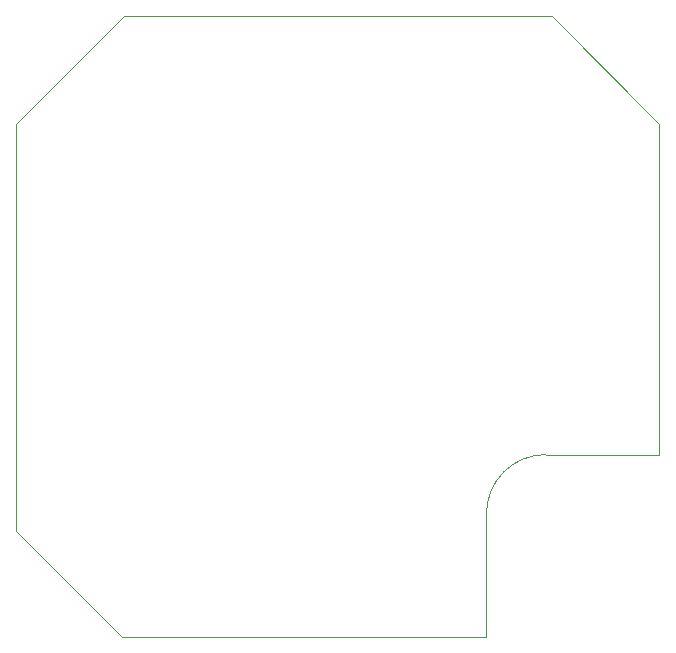
<source format=gbr>
%TF.GenerationSoftware,KiCad,Pcbnew,(6.0.9)*%
%TF.CreationDate,2023-01-27T17:05:39-09:00*%
%TF.ProjectId,GAUGE_Standby Altimeter,47415547-455f-4537-9461-6e6462792041,rev?*%
%TF.SameCoordinates,Original*%
%TF.FileFunction,Profile,NP*%
%FSLAX46Y46*%
G04 Gerber Fmt 4.6, Leading zero omitted, Abs format (unit mm)*
G04 Created by KiCad (PCBNEW (6.0.9)) date 2023-01-27 17:05:39*
%MOMM*%
%LPD*%
G01*
G04 APERTURE LIST*
%TA.AperFunction,Profile*%
%ADD10C,0.050000*%
%TD*%
G04 APERTURE END LIST*
D10*
X216065515Y-104020530D02*
X216065515Y-75997987D01*
X161628601Y-110529917D02*
X170575435Y-119476751D01*
X201428015Y-119476751D02*
X201428015Y-109020530D01*
X206428015Y-104020530D02*
X216065515Y-104020530D01*
X216065515Y-75997987D02*
X206948102Y-66880574D01*
X206948102Y-66880574D02*
X170746014Y-66880574D01*
X170575435Y-119476751D02*
X201428015Y-119476751D01*
X161628601Y-75997987D02*
X161628601Y-110529917D01*
X206428015Y-104020530D02*
G75*
G03*
X201428015Y-109020530I0J-5000000D01*
G01*
X170746014Y-66880574D02*
X161628601Y-75997987D01*
M02*

</source>
